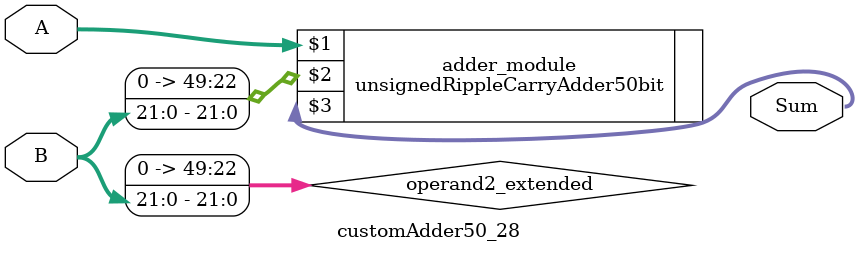
<source format=v>
module customAdder50_28(
                        input [49 : 0] A,
                        input [21 : 0] B,
                        
                        output [50 : 0] Sum
                );

        wire [49 : 0] operand2_extended;
        
        assign operand2_extended =  {28'b0, B};
        
        unsignedRippleCarryAdder50bit adder_module(
            A,
            operand2_extended,
            Sum
        );
        
        endmodule
        
</source>
